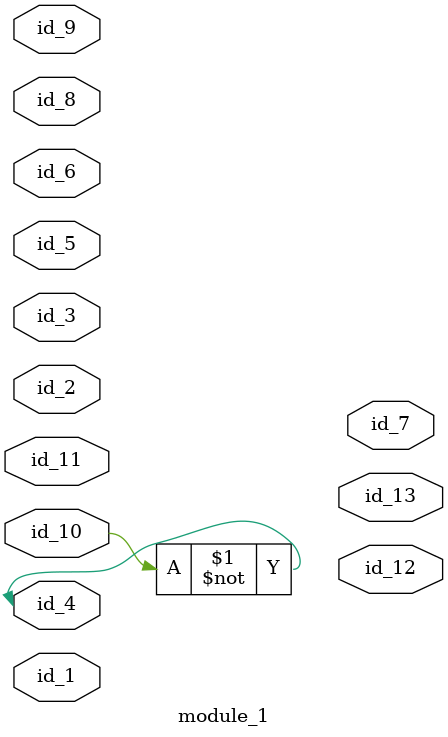
<source format=v>
module module_0 (
    id_1,
    id_2
);
  input wire id_2;
  input wire id_1;
  assign id_3[""] = 1 == id_1;
endmodule
module module_1 (
    id_1,
    id_2,
    id_3,
    id_4,
    id_5,
    id_6,
    id_7,
    id_8,
    id_9,
    id_10,
    id_11,
    id_12,
    id_13
);
  output wire id_13;
  output wire id_12;
  input wire id_11;
  input wire id_10;
  inout wire id_9;
  inout wire id_8;
  output wire id_7;
  inout wire id_6;
  input wire id_5;
  inout wire id_4;
  input wire id_3;
  inout wire id_2;
  input wire id_1;
  assign id_4 = id_10 == 1'b0;
  module_0 modCall_1 (
      id_1,
      id_5
  );
  wire id_14;
  wire id_15;
endmodule

</source>
